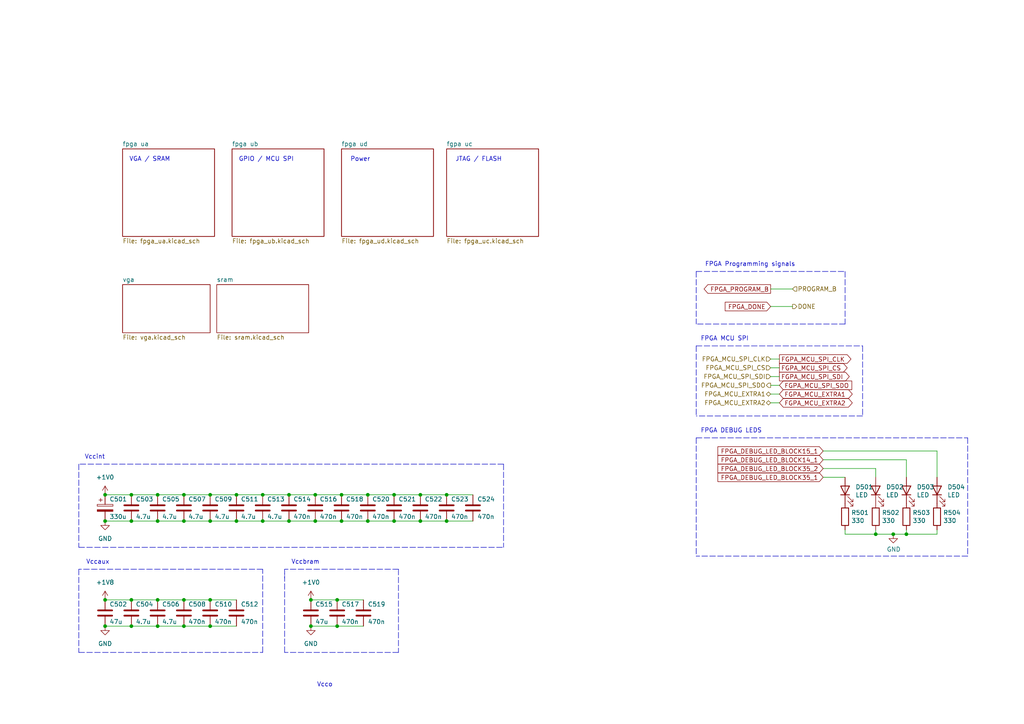
<source format=kicad_sch>
(kicad_sch (version 20211123) (generator eeschema)
  (paper "A4")
  (lib_symbols
    (symbol "Device:C" (pin_numbers hide) (pin_names (offset 0.254))
      (property "Reference" "C" (at 0.635 2.54 0))
      (property "Value" "C" (at 0.635 -2.54 0))
      (symbol "C_0_1"
        (polyline (pts (xy -2.032 -0.762) (xy 2.032 -0.762)) (stroke (width 0.508)))
        (polyline (pts (xy -2.032 0.762) (xy 2.032 0.762)) (stroke (width 0.508)))
      )
      (symbol "C_1_1"
        (pin passive line (at 0 3.81 270) (length 2.794) (name "~") (number "1"))
        (pin passive line (at 0 -3.81 90) (length 2.794) (name "~") (number "2"))
      )
    )
    (symbol "Device:C_Polarized" (pin_numbers hide) (pin_names (offset 0.254))
      (property "Reference" "C" (at 0.635 2.54 0))
      (property "Value" "C_Polarized" (at 0.635 -2.54 0))
      (symbol "C_Polarized_0_1"
        (rectangle (start -2.286 0.508) (end 2.286 1.016))
        (polyline (pts (xy -1.778 2.286) (xy -0.762 2.286)))
        (polyline (pts (xy -1.27 2.794) (xy -1.27 1.778)))
        (rectangle (start 2.286 -0.508) (end -2.286 -1.016) (fill (type outline)))
      )
      (symbol "C_Polarized_1_1"
        (pin passive line (at 0 3.81 270) (length 2.794) (name "~") (number "1"))
        (pin passive line (at 0 -3.81 90) (length 2.794) (name "~") (number "2"))
      )
    )
    (symbol "Device:LED" (pin_numbers hide) (pin_names (offset 1.016) hide)
      (property "Reference" "D" (at 0 2.54 0))
      (property "Value" "LED" (at 0 -2.54 0))
      (symbol "LED_0_1"
        (polyline (pts (xy -1.27 -1.27) (xy -1.27 1.27)) (stroke (width 0.254)))
        (polyline (pts (xy -1.27 0) (xy 1.27 0)))
        (polyline (pts (xy 1.27 -1.27) (xy 1.27 1.27) (xy -1.27 0) (xy 1.27 -1.27)) (stroke (width 0.254)))
        (polyline (pts (xy -3.048 -0.762) (xy -4.572 -2.286) (xy -3.81 -2.286) (xy -4.572 -2.286) (xy -4.572 -1.524)))
        (polyline (pts (xy -1.778 -0.762) (xy -3.302 -2.286) (xy -2.54 -2.286) (xy -3.302 -2.286) (xy -3.302 -1.524)))
      )
      (symbol "LED_1_1"
        (pin passive line (at -3.81 0 0) (length 2.54) (name "K") (number "1"))
        (pin passive line (at 3.81 0 180) (length 2.54) (name "A") (number "2"))
      )
    )
    (symbol "Device:R" (pin_numbers hide) (pin_names (offset 0))
      (property "Reference" "R" (at 2.032 0 90))
      (property "Value" "R" (at 0 0 90))
      (symbol "R_0_1"
        (rectangle (start -1.016 -2.54) (end 1.016 2.54) (stroke (width 0.254)))
      )
      (symbol "R_1_1"
        (pin passive line (at 0 3.81 270) (length 1.27) (name "~") (number "1"))
        (pin passive line (at 0 -3.81 90) (length 1.27) (name "~") (number "2"))
      )
    )
    (symbol "power:+1V0" (power) (pin_names (offset 0))
      (property "Value" "+1V0" (at 0 3.556 0))
      (symbol "+1V0_0_1"
        (polyline (pts (xy -0.762 1.27) (xy 0 2.54)))
        (polyline (pts (xy 0 0) (xy 0 2.54)))
        (polyline (pts (xy 0 2.54) (xy 0.762 1.27)))
      )
      (symbol "+1V0_1_1"
        (pin power_in line (at 0 0 90) (length 0) hide (name "+1V0") (number "1"))
      )
    )
    (symbol "power:+1V8" (power) (pin_names (offset 0))
      (property "Value" "+1V8" (at 0 3.556 0))
      (symbol "+1V8_0_1"
        (polyline (pts (xy -0.762 1.27) (xy 0 2.54)))
        (polyline (pts (xy 0 0) (xy 0 2.54)))
        (polyline (pts (xy 0 2.54) (xy 0.762 1.27)))
      )
      (symbol "+1V8_1_1"
        (pin power_in line (at 0 0 90) (length 0) hide (name "+1V8") (number "1"))
      )
    )
    (symbol "power:GND" (power) (pin_names (offset 0))
      (property "Value" "GND" (at 0 -3.81 0))
      (symbol "GND_0_1"
        (polyline (pts (xy 0 0) (xy 0 -1.27) (xy 1.27 -1.27) (xy 0 -2.54) (xy -1.27 -1.27) (xy 0 -1.27)))
      )
      (symbol "GND_1_1"
        (pin power_in line (at 0 0 270) (length 0) hide (name "GND") (number "1"))
      )
    )
  )
  (junction (at 53.34 151.13))
  (junction (at 60.96 181.61))
  (junction (at 90.17 181.61))
  (junction (at 38.1 143.51))
  (junction (at 76.2 143.51))
  (junction (at 114.3 151.13))
  (junction (at 60.96 173.99))
  (junction (at 91.44 143.51))
  (junction (at 83.82 143.51))
  (junction (at 114.3 143.51))
  (junction (at 106.68 151.13))
  (junction (at 38.1 181.61))
  (junction (at 30.48 181.61))
  (junction (at 91.44 151.13))
  (junction (at 30.48 143.51))
  (junction (at 45.72 151.13))
  (junction (at 53.34 173.99))
  (junction (at 97.79 181.61))
  (junction (at 129.54 151.13))
  (junction (at 106.68 143.51))
  (junction (at 254 154.94))
  (junction (at 60.96 143.51))
  (junction (at 53.34 181.61))
  (junction (at 53.34 143.51))
  (junction (at 121.92 151.13))
  (junction (at 45.72 173.99))
  (junction (at 45.72 181.61))
  (junction (at 121.92 143.51))
  (junction (at 30.48 151.13))
  (junction (at 129.54 143.51))
  (junction (at 99.06 143.51))
  (junction (at 99.06 151.13))
  (junction (at 90.17 173.99))
  (junction (at 68.58 143.51))
  (junction (at 97.79 173.99))
  (junction (at 45.72 143.51))
  (junction (at 68.58 151.13))
  (junction (at 38.1 151.13))
  (junction (at 262.89 154.94))
  (junction (at 76.2 151.13))
  (junction (at 259.08 154.94))
  (junction (at 30.48 173.99))
  (junction (at 60.96 151.13))
  (junction (at 38.1 173.99))
  (junction (at 83.82 151.13))
  (wire (pts (xy 245.11 154.94) (xy 254 154.94)))
  (polyline (pts (xy 76.2 165.1) (xy 22.86 165.1)))
  (polyline (pts (xy 22.86 189.23) (xy 76.2 189.23)))
  (wire (pts (xy 76.2 143.51) (xy 83.82 143.51)))
  (wire (pts (xy 254 154.94) (xy 259.08 154.94)))
  (polyline (pts (xy 280.67 161.29) (xy 201.93 161.29)))
  (wire (pts (xy 53.34 151.13) (xy 60.96 151.13)))
  (wire (pts (xy 90.17 181.61) (xy 97.79 181.61)))
  (wire (pts (xy 121.92 143.51) (xy 129.54 143.51)))
  (wire (pts (xy 238.76 135.89) (xy 254 135.89)))
  (polyline (pts (xy 245.11 93.98) (xy 201.93 93.98)))
  (wire (pts (xy 45.72 181.61) (xy 53.34 181.61)))
  (polyline (pts (xy 146.05 134.62) (xy 146.05 158.75)))
  (wire (pts (xy 106.68 143.51) (xy 114.3 143.51)))
  (wire (pts (xy 254 153.67) (xy 254 154.94)))
  (wire (pts (xy 99.06 143.51) (xy 106.68 143.51)))
  (wire (pts (xy 90.17 173.99) (xy 97.79 173.99)))
  (wire (pts (xy 99.06 151.13) (xy 106.68 151.13)))
  (wire (pts (xy 259.08 154.94) (xy 262.89 154.94)))
  (wire (pts (xy 254 135.89) (xy 254 138.43)))
  (wire (pts (xy 68.58 143.51) (xy 76.2 143.51)))
  (wire (pts (xy 53.34 173.99) (xy 60.96 173.99)))
  (polyline (pts (xy 201.93 78.74) (xy 201.93 93.98)))
  (wire (pts (xy 38.1 181.61) (xy 45.72 181.61)))
  (polyline (pts (xy 115.57 165.1) (xy 82.55 165.1)))
  (wire (pts (xy 262.89 153.67) (xy 262.89 154.94)))
  (wire (pts (xy 129.54 151.13) (xy 137.16 151.13)))
  (polyline (pts (xy 115.57 189.23) (xy 82.55 189.23)))
  (wire (pts (xy 30.48 151.13) (xy 38.1 151.13)))
  (polyline (pts (xy 201.93 127) (xy 201.93 161.29)))
  (polyline (pts (xy 245.11 78.74) (xy 245.11 93.98)))
  (wire (pts (xy 223.52 109.22) (xy 226.06 109.22)))
  (polyline (pts (xy 280.67 127) (xy 280.67 161.29)))
  (wire (pts (xy 83.82 143.51) (xy 91.44 143.51)))
  (polyline (pts (xy 82.55 189.23) (xy 82.55 166.37)))
  (wire (pts (xy 238.76 133.35) (xy 262.89 133.35)))
  (wire (pts (xy 129.54 143.51) (xy 137.16 143.51)))
  (wire (pts (xy 38.1 151.13) (xy 45.72 151.13)))
  (wire (pts (xy 271.78 153.67) (xy 271.78 154.94)))
  (wire (pts (xy 45.72 151.13) (xy 53.34 151.13)))
  (wire (pts (xy 223.52 116.84) (xy 226.06 116.84)))
  (polyline (pts (xy 146.05 134.62) (xy 22.86 134.62)))
  (polyline (pts (xy 250.19 120.65) (xy 201.93 120.65)))
  (wire (pts (xy 121.92 151.13) (xy 129.54 151.13)))
  (polyline (pts (xy 250.19 100.33) (xy 250.19 120.65)))
  (polyline (pts (xy 22.86 134.62) (xy 22.86 158.75)))
  (wire (pts (xy 68.58 151.13) (xy 76.2 151.13)))
  (wire (pts (xy 223.52 83.82) (xy 229.87 83.82)))
  (wire (pts (xy 76.2 151.13) (xy 83.82 151.13)))
  (polyline (pts (xy 201.93 78.74) (xy 245.11 78.74)))
  (wire (pts (xy 223.52 104.14) (xy 226.06 104.14)))
  (wire (pts (xy 45.72 173.99) (xy 53.34 173.99)))
  (wire (pts (xy 245.11 153.67) (xy 245.11 154.94)))
  (wire (pts (xy 271.78 154.94) (xy 262.89 154.94)))
  (wire (pts (xy 30.48 173.99) (xy 38.1 173.99)))
  (wire (pts (xy 60.96 173.99) (xy 68.58 173.99)))
  (wire (pts (xy 223.52 114.3) (xy 226.06 114.3)))
  (wire (pts (xy 30.48 181.61) (xy 38.1 181.61)))
  (polyline (pts (xy 76.2 189.23) (xy 76.2 165.1)))
  (polyline (pts (xy 82.55 165.1) (xy 82.55 167.64)))
  (wire (pts (xy 223.52 106.68) (xy 226.06 106.68)))
  (wire (pts (xy 223.52 88.9) (xy 229.87 88.9)))
  (wire (pts (xy 38.1 173.99) (xy 45.72 173.99)))
  (wire (pts (xy 60.96 143.51) (xy 68.58 143.51)))
  (wire (pts (xy 106.68 151.13) (xy 114.3 151.13)))
  (wire (pts (xy 97.79 173.99) (xy 105.41 173.99)))
  (wire (pts (xy 262.89 133.35) (xy 262.89 138.43)))
  (wire (pts (xy 238.76 138.43) (xy 245.11 138.43)))
  (polyline (pts (xy 201.93 127) (xy 280.67 127)))
  (wire (pts (xy 91.44 143.51) (xy 99.06 143.51)))
  (polyline (pts (xy 22.86 165.1) (xy 22.86 189.23)))
  (wire (pts (xy 60.96 151.13) (xy 68.58 151.13)))
  (wire (pts (xy 271.78 130.81) (xy 271.78 138.43)))
  (wire (pts (xy 223.52 111.76) (xy 226.06 111.76)))
  (wire (pts (xy 53.34 181.61) (xy 60.96 181.61)))
  (wire (pts (xy 238.76 130.81) (xy 271.78 130.81)))
  (polyline (pts (xy 22.86 158.75) (xy 146.05 158.75)))
  (wire (pts (xy 114.3 143.51) (xy 121.92 143.51)))
  (wire (pts (xy 83.82 151.13) (xy 91.44 151.13)))
  (wire (pts (xy 91.44 151.13) (xy 99.06 151.13)))
  (wire (pts (xy 45.72 143.51) (xy 53.34 143.51)))
  (polyline (pts (xy 201.93 100.33) (xy 250.19 100.33)))
  (wire (pts (xy 38.1 143.51) (xy 45.72 143.51)))
  (wire (pts (xy 53.34 143.51) (xy 60.96 143.51)))
  (wire (pts (xy 114.3 151.13) (xy 121.92 151.13)))
  (wire (pts (xy 60.96 181.61) (xy 68.58 181.61)))
  (polyline (pts (xy 201.93 100.33) (xy 201.93 120.65)))
  (wire (pts (xy 30.48 143.51) (xy 38.1 143.51)))
  (wire (pts (xy 97.79 181.61) (xy 105.41 181.61)))
  (polyline (pts (xy 115.57 165.1) (xy 115.57 189.23)))
  (text "FPGA Programming signals" (at 204.47 77.47 0) (effects (font (size 1.27 1.27)) (justify left bottom)))
  (text "Vccint" (at 30.48 133.35 180) (effects (font (size 1.27 1.27)) (justify right bottom)))
  (text "Power" (at 101.6 46.99 0) (effects (font (size 1.27 1.27)) (justify left bottom)))
  (text "Vccaux\n" (at 31.75 163.83 180) (effects (font (size 1.27 1.27)) (justify right bottom)))
  (text "Vcco\n" (at 96.52 199.39 180) (effects (font (size 1.27 1.27)) (justify right bottom)))
  (text "FPGA MCU SPI" (at 203.2 99.06 0) (effects (font (size 1.27 1.27)) (justify left bottom)))
  (text "JTAG / FLASH" (at 132.08 46.99 0) (effects (font (size 1.27 1.27)) (justify left bottom)))
  (text "GPIO / MCU SPI\n" (at 69.215 46.99 0) (effects (font (size 1.27 1.27)) (justify left bottom)))
  (text "Vccbram" (at 92.71 163.83 180) (effects (font (size 1.27 1.27)) (justify right bottom)))
  (text "VGA / SRAM" (at 37.465 46.99 0) (effects (font (size 1.27 1.27)) (justify left bottom)))
  (text "FPGA DEBUG LEDS" (at 203.2 125.73 0) (effects (font (size 1.27 1.27)) (justify left bottom)))
  (global_label "FGPA_MCU_EXTRA2" (shape bidirectional) (at 226.06 116.84 0) (property "Intersheet References" "${INTERSHEET_REFS}" (effects hide)))
  (global_label "FPGA_DONE" (shape input) (at 223.52 88.9 180) (property "Intersheet References" "${INTERSHEET_REFS}" (effects hide)))
  (global_label "FGPA_MCU_SPI_SDO" (shape input) (at 226.06 111.76 0) (property "Intersheet References" "${INTERSHEET_REFS}" (effects hide)))
  (global_label "FGPA_MCU_SPI_SDI" (shape output) (at 226.06 109.22 0) (property "Intersheet References" "${INTERSHEET_REFS}" (effects hide)))
  (global_label "FGPA_MCU_EXTRA1" (shape bidirectional) (at 226.06 114.3 0) (property "Intersheet References" "${INTERSHEET_REFS}" (effects hide)))
  (global_label "FGPA_MCU_SPI_CLK" (shape output) (at 226.06 104.14 0) (property "Intersheet References" "${INTERSHEET_REFS}" (effects hide)))
  (global_label "FPGA_DEBUG_LED_BLOCK35_1" (shape input) (at 238.76 138.43 180) (property "Intersheet References" "${INTERSHEET_REFS}" (effects hide)))
  (global_label "FPGA_DEBUG_LED_BLOCK14_1" (shape input) (at 238.76 133.35 180) (property "Intersheet References" "${INTERSHEET_REFS}" (effects hide)))
  (global_label "FPGA_DEBUG_LED_BLOCK15_1" (shape input) (at 238.76 130.81 180) (property "Intersheet References" "${INTERSHEET_REFS}" (effects hide)))
  (global_label "FPGA_PROGRAM_B" (shape output) (at 223.52 83.82 180) (property "Intersheet References" "${INTERSHEET_REFS}" (effects hide)))
  (global_label "FGPA_MCU_SPI_CS" (shape output) (at 226.06 106.68 0) (property "Intersheet References" "${INTERSHEET_REFS}" (effects hide)))
  (global_label "FPGA_DEBUG_LED_BLOCK35_2" (shape input) (at 238.76 135.89 180) (property "Intersheet References" "${INTERSHEET_REFS}" (effects hide)))
  (hierarchical_label "FPGA_MCU_SPI_CS" (shape input) (at 223.52 106.68 180))
  (hierarchical_label "PROGRAM_B" (shape input) (at 229.87 83.82 0))
  (hierarchical_label "FPGA_MCU_EXTRA1" (shape bidirectional) (at 223.52 114.3 180))
  (hierarchical_label "FPGA_MCU_SPI_SDI" (shape input) (at 223.52 109.22 180))
  (hierarchical_label "FPGA_MCU_EXTRA2" (shape bidirectional) (at 223.52 116.84 180))
  (hierarchical_label "FPGA_MCU_SPI_CLK" (shape input) (at 223.52 104.14 180))
  (hierarchical_label "DONE" (shape output) (at 229.87 88.9 0))
  (hierarchical_label "FPGA_MCU_SPI_SDO" (shape output) (at 223.52 111.76 180))
  (symbol (lib_id "Device:LED") (at 245.11 142.24 90) (unit 1)
    (property "Reference" "D501" (at 248.1072 141.2494 90) (effects (justify right)))
    (property "Value" "LED" (at 248.1072 143.5608 90) (effects (justify right)))
    (property "Footprint" "LED_SMD:LED_1206_3216Metric_Pad1.42x1.75mm_HandSolder" (effects hide))
    (property "Component name" "150120BS75000" (effects hide))
    (property "DK_Detail_Page" "https://www.digikey.no/product-detail/no/w%C3%BCrth-elektronik/150120BS75000/732-4989-1-ND/4489931" (effects hide))
  )
  (symbol (lib_id "Device:C") (at 83.82 147.32 0) (unit 1)
    (property "Reference" "C514" (at 85.09 144.78 0) (effects (justify left)))
    (property "Value" "470n" (at 85.09 149.86 0) (effects (justify left)))
    (property "Footprint" "Capacitor_SMD:C_0603_1608Metric_Pad1.08x0.95mm_HandSolder" (effects hide))
  )
  (symbol (lib_id "Device:R") (at 254 149.86 0) (unit 1)
    (property "Reference" "R502" (at 255.778 148.6916 0) (effects (justify left)))
    (property "Value" "330" (at 255.778 151.003 0) (effects (justify left)))
    (property "Footprint" "Resistor_SMD:R_0805_2012Metric_Pad1.20x1.40mm_HandSolder" (effects hide))
    (property "Datasheet" "https://www.seielect.com/catalog/sei-rhc.pdf" (effects hide))
    (property "Component name" "RHC2512FT330R" (effects hide))
    (property "DK_Detail_Page" "https://www.digikey.no/product-detail/no/stackpole-electronics-inc/RHC2512FT330R/RHC2512FT330RCT-ND/1646222" (effects hide))
  )
  (symbol (lib_id "power:GND") (at 90.17 181.61 0) (unit 1)
    (property "Reference" "#PWR0506" (effects hide))
    (property "Value" "GND" (at 90.17 186.69 0))
  )
  (symbol (lib_id "Device:LED") (at 254 142.24 90) (unit 1)
    (property "Reference" "D502" (at 256.9972 141.2494 90) (effects (justify right)))
    (property "Value" "LED" (at 256.9972 143.5608 90) (effects (justify right)))
    (property "Footprint" "LED_SMD:LED_1206_3216Metric_Pad1.42x1.75mm_HandSolder" (effects hide))
    (property "Component name" "150120BS75000" (effects hide))
    (property "DK_Detail_Page" "https://www.digikey.no/product-detail/no/w%C3%BCrth-elektronik/150120BS75000/732-4989-1-ND/4489931" (effects hide))
  )
  (symbol (lib_id "Device:C") (at 60.96 177.8 0) (unit 1)
    (property "Reference" "C510" (at 62.23 175.26 0) (effects (justify left)))
    (property "Value" "470n" (at 62.23 180.34 0) (effects (justify left)))
    (property "Footprint" "Capacitor_SMD:C_0603_1608Metric_Pad1.08x0.95mm_HandSolder" (effects hide))
  )
  (symbol (lib_id "Device:C") (at 129.54 147.32 0) (unit 1)
    (property "Reference" "C523" (at 130.81 144.78 0) (effects (justify left)))
    (property "Value" "470n" (at 130.81 149.86 0) (effects (justify left)))
    (property "Footprint" "Capacitor_SMD:C_0603_1608Metric_Pad1.08x0.95mm_HandSolder" (effects hide))
  )
  (symbol (lib_id "Device:C") (at 45.72 147.32 0) (unit 1)
    (property "Reference" "C505" (at 46.99 144.78 0) (effects (justify left)))
    (property "Value" "4.7u" (at 46.99 149.86 0) (effects (justify left)))
    (property "Footprint" "Capacitor_SMD:C_0805_2012Metric_Pad1.18x1.45mm_HandSolder" (effects hide))
  )
  (symbol (lib_id "Device:C") (at 45.72 177.8 0) (unit 1)
    (property "Reference" "C506" (at 46.99 175.26 0) (effects (justify left)))
    (property "Value" "4.7u" (at 46.99 180.34 0) (effects (justify left)))
    (property "Footprint" "Capacitor_SMD:C_0805_2012Metric_Pad1.18x1.45mm_HandSolder" (effects hide))
  )
  (symbol (lib_id "Device:C") (at 137.16 147.32 0) (unit 1)
    (property "Reference" "C524" (at 138.43 144.78 0) (effects (justify left)))
    (property "Value" "470n" (at 138.43 149.86 0) (effects (justify left)))
    (property "Footprint" "Capacitor_SMD:C_0603_1608Metric_Pad1.08x0.95mm_HandSolder" (effects hide))
  )
  (symbol (lib_id "Device:C") (at 97.79 177.8 0) (unit 1)
    (property "Reference" "C517" (at 99.06 175.26 0) (effects (justify left)))
    (property "Value" "470n" (at 99.06 180.34 0) (effects (justify left)))
    (property "Footprint" "Capacitor_SMD:C_0603_1608Metric_Pad1.08x0.95mm_HandSolder" (effects hide))
  )
  (symbol (lib_id "power:+1V8") (at 30.48 173.99 0) (unit 1)
    (property "Reference" "#PWR0503" (effects hide))
    (property "Value" "+1V8" (at 30.48 168.91 0))
  )
  (symbol (lib_id "Device:C") (at 68.58 147.32 0) (unit 1)
    (property "Reference" "C511" (at 69.85 144.78 0) (effects (justify left)))
    (property "Value" "4.7u" (at 69.85 149.86 0) (effects (justify left)))
    (property "Footprint" "Capacitor_SMD:C_0805_2012Metric_Pad1.18x1.45mm_HandSolder" (effects hide))
  )
  (symbol (lib_id "Device:C") (at 91.44 147.32 0) (unit 1)
    (property "Reference" "C516" (at 92.71 144.78 0) (effects (justify left)))
    (property "Value" "470n" (at 92.71 149.86 0) (effects (justify left)))
    (property "Footprint" "Capacitor_SMD:C_0603_1608Metric_Pad1.08x0.95mm_HandSolder" (effects hide))
  )
  (symbol (lib_id "Device:C") (at 53.34 147.32 0) (unit 1)
    (property "Reference" "C507" (at 54.61 144.78 0) (effects (justify left)))
    (property "Value" "4.7u" (at 54.61 149.86 0) (effects (justify left)))
    (property "Footprint" "Capacitor_SMD:C_0805_2012Metric_Pad1.18x1.45mm_HandSolder" (effects hide))
  )
  (symbol (lib_id "Device:C") (at 90.17 177.8 0) (unit 1)
    (property "Reference" "C515" (at 91.44 175.26 0) (effects (justify left)))
    (property "Value" "47u" (at 91.44 180.34 0) (effects (justify left)))
    (property "Footprint" "Capacitor_SMD:C_1210_3225Metric_Pad1.33x2.70mm_HandSolder" (effects hide))
  )
  (symbol (lib_id "Device:C") (at 60.96 147.32 0) (unit 1)
    (property "Reference" "C509" (at 62.23 144.78 0) (effects (justify left)))
    (property "Value" "4.7u" (at 62.23 149.86 0) (effects (justify left)))
    (property "Footprint" "Capacitor_SMD:C_0805_2012Metric_Pad1.18x1.45mm_HandSolder" (effects hide))
  )
  (symbol (lib_id "Device:LED") (at 271.78 142.24 90) (unit 1)
    (property "Reference" "D504" (at 274.7772 141.2494 90) (effects (justify right)))
    (property "Value" "LED" (at 274.7772 143.5608 90) (effects (justify right)))
    (property "Footprint" "LED_SMD:LED_1206_3216Metric_Pad1.42x1.75mm_HandSolder" (effects hide))
    (property "Component name" "150120BS75000" (effects hide))
    (property "DK_Detail_Page" "https://www.digikey.no/product-detail/no/w%C3%BCrth-elektronik/150120BS75000/732-4989-1-ND/4489931" (effects hide))
  )
  (symbol (lib_id "Device:R") (at 262.89 149.86 0) (unit 1)
    (property "Reference" "R503" (at 264.668 148.6916 0) (effects (justify left)))
    (property "Value" "330" (at 264.668 151.003 0) (effects (justify left)))
    (property "Footprint" "Resistor_SMD:R_0805_2012Metric_Pad1.20x1.40mm_HandSolder" (effects hide))
    (property "Datasheet" "https://www.seielect.com/catalog/sei-rhc.pdf" (effects hide))
    (property "Component name" "RHC2512FT330R" (effects hide))
    (property "DK_Detail_Page" "https://www.digikey.no/product-detail/no/stackpole-electronics-inc/RHC2512FT330R/RHC2512FT330RCT-ND/1646222" (effects hide))
  )
  (symbol (lib_id "power:GND") (at 259.08 154.94 0) (unit 1)
    (property "Reference" "#PWR0507" (effects hide))
    (property "Value" "GND" (at 259.207 159.3342 0))
  )
  (symbol (lib_id "Device:R") (at 245.11 149.86 0) (unit 1)
    (property "Reference" "R501" (at 246.888 148.6916 0) (effects (justify left)))
    (property "Value" "330" (at 246.888 151.003 0) (effects (justify left)))
    (property "Footprint" "Resistor_SMD:R_0805_2012Metric_Pad1.20x1.40mm_HandSolder" (effects hide))
    (property "Datasheet" "https://www.seielect.com/catalog/sei-rhc.pdf" (effects hide))
    (property "Component name" "RHC2512FT330R" (effects hide))
    (property "DK_Detail_Page" "https://www.digikey.no/product-detail/no/stackpole-electronics-inc/RHC2512FT330R/RHC2512FT330RCT-ND/1646222" (effects hide))
  )
  (symbol (lib_id "Device:C") (at 38.1 177.8 0) (unit 1)
    (property "Reference" "C504" (at 39.37 175.26 0) (effects (justify left)))
    (property "Value" "4.7u" (at 39.37 180.34 0) (effects (justify left)))
    (property "Footprint" "Capacitor_SMD:C_0805_2012Metric_Pad1.18x1.45mm_HandSolder" (effects hide))
  )
  (symbol (lib_id "Device:R") (at 271.78 149.86 0) (unit 1)
    (property "Reference" "R504" (at 273.558 148.6916 0) (effects (justify left)))
    (property "Value" "330" (at 273.558 151.003 0) (effects (justify left)))
    (property "Footprint" "Resistor_SMD:R_0805_2012Metric_Pad1.20x1.40mm_HandSolder" (effects hide))
    (property "Datasheet" "https://www.seielect.com/catalog/sei-rhc.pdf" (effects hide))
    (property "Component name" "RHC2512FT330R" (effects hide))
    (property "DK_Detail_Page" "https://www.digikey.no/product-detail/no/stackpole-electronics-inc/RHC2512FT330R/RHC2512FT330RCT-ND/1646222" (effects hide))
  )
  (symbol (lib_id "Device:C") (at 106.68 147.32 0) (unit 1)
    (property "Reference" "C520" (at 107.95 144.78 0) (effects (justify left)))
    (property "Value" "470n" (at 107.95 149.86 0) (effects (justify left)))
    (property "Footprint" "Capacitor_SMD:C_0603_1608Metric_Pad1.08x0.95mm_HandSolder" (effects hide))
  )
  (symbol (lib_id "Device:C") (at 76.2 147.32 0) (unit 1)
    (property "Reference" "C513" (at 77.47 144.78 0) (effects (justify left)))
    (property "Value" "4.7u" (at 77.47 149.86 0) (effects (justify left)))
    (property "Footprint" "Capacitor_SMD:C_0805_2012Metric_Pad1.18x1.45mm_HandSolder" (effects hide))
  )
  (symbol (lib_id "Device:C") (at 38.1 147.32 0) (unit 1)
    (property "Reference" "C503" (at 39.37 144.78 0) (effects (justify left)))
    (property "Value" "4.7u" (at 39.37 149.86 0) (effects (justify left)))
    (property "Footprint" "Capacitor_SMD:C_0805_2012Metric_Pad1.18x1.45mm_HandSolder" (effects hide))
  )
  (symbol (lib_id "Device:C") (at 68.58 177.8 0) (unit 1)
    (property "Reference" "C512" (at 69.85 175.26 0) (effects (justify left)))
    (property "Value" "470n" (at 69.85 180.34 0) (effects (justify left)))
    (property "Footprint" "Capacitor_SMD:C_0603_1608Metric_Pad1.08x0.95mm_HandSolder" (effects hide))
  )
  (symbol (lib_id "power:GND") (at 30.48 151.13 0) (unit 1)
    (property "Reference" "#PWR0105" (effects hide))
    (property "Value" "GND" (at 30.48 156.21 0))
  )
  (symbol (lib_id "Device:C") (at 114.3 147.32 0) (unit 1)
    (property "Reference" "C521" (at 115.57 144.78 0) (effects (justify left)))
    (property "Value" "470n" (at 115.57 149.86 0) (effects (justify left)))
    (property "Footprint" "Capacitor_SMD:C_0603_1608Metric_Pad1.08x0.95mm_HandSolder" (effects hide))
  )
  (symbol (lib_id "power:GND") (at 30.48 181.61 0) (unit 1)
    (property "Reference" "#PWR0504" (effects hide))
    (property "Value" "GND" (at 30.48 186.69 0))
  )
  (symbol (lib_id "Device:C_Polarized") (at 30.48 147.32 0) (unit 1)
    (property "Reference" "C501" (at 31.75 144.78 0) (effects (justify left)))
    (property "Value" "330u" (at 31.75 149.86 0) (effects (justify left)))
    (property "Footprint" "330uF:T520V337M2R5ATE025" (effects hide))
  )
  (symbol (lib_id "Device:C") (at 121.92 147.32 0) (unit 1)
    (property "Reference" "C522" (at 123.19 144.78 0) (effects (justify left)))
    (property "Value" "470n" (at 123.19 149.86 0) (effects (justify left)))
    (property "Footprint" "Capacitor_SMD:C_0603_1608Metric_Pad1.08x0.95mm_HandSolder" (effects hide))
  )
  (symbol (lib_id "Device:LED") (at 262.89 142.24 90) (unit 1)
    (property "Reference" "D503" (at 265.8872 141.2494 90) (effects (justify right)))
    (property "Value" "LED" (at 265.8872 143.5608 90) (effects (justify right)))
    (property "Footprint" "LED_SMD:LED_1206_3216Metric_Pad1.42x1.75mm_HandSolder" (effects hide))
    (property "Component name" "150120BS75000" (effects hide))
    (property "DK_Detail_Page" "https://www.digikey.no/product-detail/no/w%C3%BCrth-elektronik/150120BS75000/732-4989-1-ND/4489931" (effects hide))
  )
  (symbol (lib_id "Device:C") (at 53.34 177.8 0) (unit 1)
    (property "Reference" "C508" (at 54.61 175.26 0) (effects (justify left)))
    (property "Value" "470n" (at 54.61 180.34 0) (effects (justify left)))
    (property "Footprint" "Capacitor_SMD:C_0603_1608Metric_Pad1.08x0.95mm_HandSolder" (effects hide))
  )
  (symbol (lib_id "power:+1V0") (at 90.17 173.99 0) (unit 1)
    (property "Reference" "#PWR0505" (effects hide))
    (property "Value" "+1V0" (at 90.17 168.91 0))
  )
  (symbol (lib_id "Device:C") (at 99.06 147.32 0) (unit 1)
    (property "Reference" "C518" (at 100.33 144.78 0) (effects (justify left)))
    (property "Value" "470n" (at 100.33 149.86 0) (effects (justify left)))
    (property "Footprint" "Capacitor_SMD:C_0603_1608Metric_Pad1.08x0.95mm_HandSolder" (effects hide))
  )
  (symbol (lib_id "power:+1V0") (at 30.48 143.51 0) (unit 1)
    (property "Reference" "#PWR0501" (effects hide))
    (property "Value" "+1V0" (at 30.48 138.43 0))
  )
  (symbol (lib_id "Device:C") (at 105.41 177.8 0) (unit 1)
    (property "Reference" "C519" (at 106.68 175.26 0) (effects (justify left)))
    (property "Value" "470n" (at 106.68 180.34 0) (effects (justify left)))
    (property "Footprint" "Capacitor_SMD:C_0603_1608Metric_Pad1.08x0.95mm_HandSolder" (effects hide))
  )
  (symbol (lib_id "Device:C") (at 30.48 177.8 0) (unit 1)
    (property "Reference" "C502" (at 31.75 175.26 0) (effects (justify left)))
    (property "Value" "47u" (at 31.75 180.34 0) (effects (justify left)))
    (property "Footprint" "Capacitor_SMD:C_1210_3225Metric_Pad1.33x2.70mm_HandSolder" (effects hide))
  )
  (sheet (at 99.06 43.18) (size 26.67 25.4) (stroke (width 0.1524))
    (property "Sheet name" "fpga ud" (at 99.06 42.4684 0) (effects (justify left bottom)))
    (property "Sheet file" "fpga_ud.kicad_sch" (at 99.06 69.1646 0) (effects (justify left top)))
  )
  (sheet (at 35.56 82.55) (size 25.4 13.97) (stroke (width 0.1524))
    (property "Sheet name" "vga" (at 35.56 81.8384 0) (effects (justify left bottom)))
    (property "Sheet file" "vga.kicad_sch" (at 35.56 97.1046 0) (effects (justify left top)))
  )
  (sheet (at 129.54 43.18) (size 26.67 25.4) (stroke (width 0.1524))
    (property "Sheet name" "fgpa uc" (at 129.54 42.4684 0) (effects (justify left bottom)))
    (property "Sheet file" "fpga_uc.kicad_sch" (at 129.54 69.1646 0) (effects (justify left top)))
  )
  (sheet (at 35.56 43.18) (size 26.67 25.4) (stroke (width 0.1524))
    (property "Sheet name" "fpga ua" (at 35.56 42.4684 0) (effects (justify left bottom)))
    (property "Sheet file" "fpga_ua.kicad_sch" (at 35.56 69.1646 0) (effects (justify left top)))
  )
  (sheet (at 67.31 43.18) (size 26.67 25.4) (stroke (width 0.1524))
    (property "Sheet name" "fpga ub" (at 67.31 42.4684 0) (effects (justify left bottom)))
    (property "Sheet file" "fpga_ub.kicad_sch" (at 67.31 69.1646 0) (effects (justify left top)))
  )
  (sheet (at 62.865 82.55) (size 26.67 13.97) (stroke (width 0.1524))
    (property "Sheet name" "sram" (at 62.865 81.8384 0) (effects (justify left bottom)))
    (property "Sheet file" "sram.kicad_sch" (at 62.865 97.1046 0) (effects (justify left top)))
  )
)
</source>
